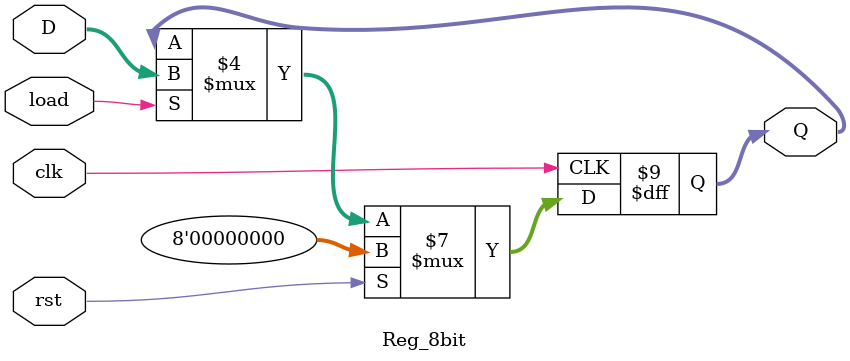
<source format=v>

module Reg_8bit(Q,D,load,clk,rst);

output	[7:0]Q;
input	[7:0]D;
input	load,clk,rst;

reg [7:0]Q;

always@(posedge clk)
	begin
		if(rst==1)Q<=8'b0;
		else if(load==1)Q<=D;
	end

endmodule
		

</source>
